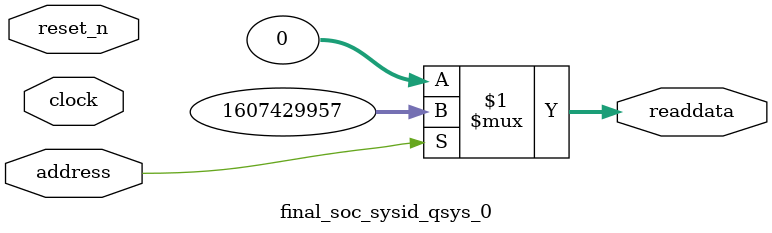
<source format=v>



// synthesis translate_off
`timescale 1ns / 1ps
// synthesis translate_on

// turn off superfluous verilog processor warnings 
// altera message_level Level1 
// altera message_off 10034 10035 10036 10037 10230 10240 10030 

module final_soc_sysid_qsys_0 (
               // inputs:
                address,
                clock,
                reset_n,

               // outputs:
                readdata
             )
;

  output  [ 31: 0] readdata;
  input            address;
  input            clock;
  input            reset_n;

  wire    [ 31: 0] readdata;
  //control_slave, which is an e_avalon_slave
  assign readdata = address ? 1607429957 : 0;

endmodule



</source>
